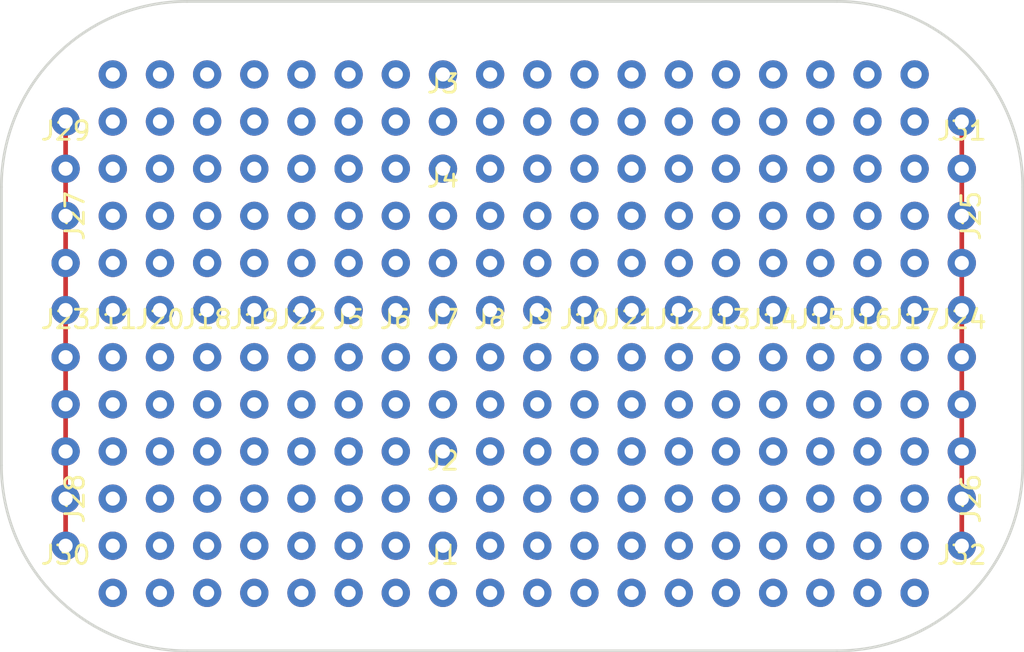
<source format=kicad_pcb>
(kicad_pcb (version 20171130) (host pcbnew "(5.0.0)")

  (general
    (thickness 1.6)
    (drawings 8)
    (tracks 2)
    (zones 0)
    (modules 32)
    (nets 82)
  )

  (page A4)
  (title_block
    (title "PocketBeagle KiCAD")
    (date 2017-08-14)
    (comment 1 "Prototyped by: GHI Electronics, LLC")
    (comment 2 "Converted to KiCAD: QWERTY Embedded Design, LLC")
  )

  (layers
    (0 Top signal)
    (1 VDD signal hide)
    (2 DigitalGND signal hide)
    (31 Bottom signal)
    (32 B.Adhes user hide)
    (33 F.Adhes user hide)
    (34 B.Paste user hide)
    (35 F.Paste user hide)
    (36 B.SilkS user hide)
    (37 F.SilkS user hide)
    (38 B.Mask user hide)
    (39 F.Mask user hide)
    (40 Dwgs.User user hide)
    (41 Cmts.User user hide)
    (42 Eco1.User user hide)
    (43 Eco2.User user hide)
    (44 Edge.Cuts user)
    (45 Margin user)
    (46 B.CrtYd user)
    (47 F.CrtYd user)
    (48 B.Fab user hide)
    (49 F.Fab user hide)
  )

  (setup
    (last_trace_width 0.25)
    (trace_clearance 0)
    (zone_clearance 0.1524)
    (zone_45_only no)
    (trace_min 0.1524)
    (segment_width 0.2)
    (edge_width 0.15)
    (via_size 0.8)
    (via_drill 0.4)
    (via_min_size 0.4)
    (via_min_drill 0.3)
    (uvia_size 0.3)
    (uvia_drill 0.1)
    (uvias_allowed no)
    (uvia_min_size 0.2)
    (uvia_min_drill 0.1)
    (pcb_text_width 0.3)
    (pcb_text_size 1.5 1.5)
    (mod_edge_width 0.15)
    (mod_text_size 1 1)
    (mod_text_width 0.15)
    (pad_size 1.524 1.524)
    (pad_drill 0.762)
    (pad_to_mask_clearance 0.0254)
    (aux_axis_origin 0 0)
    (visible_elements 7FFFF7FF)
    (pcbplotparams
      (layerselection 0x0f000_fffffff9)
      (usegerberextensions false)
      (usegerberattributes false)
      (usegerberadvancedattributes false)
      (creategerberjobfile false)
      (excludeedgelayer true)
      (linewidth 0.100000)
      (plotframeref false)
      (viasonmask false)
      (mode 1)
      (useauxorigin false)
      (hpglpennumber 1)
      (hpglpenspeed 20)
      (hpglpendiameter 15.000000)
      (psnegative false)
      (psa4output false)
      (plotreference true)
      (plotvalue true)
      (plotinvisibletext false)
      (padsonsilk false)
      (subtractmaskfromsilk false)
      (outputformat 1)
      (mirror false)
      (drillshape 0)
      (scaleselection 1)
      (outputdirectory "gerber/"))
  )

  (net 0 "")
  (net 1 GND)
  (net 2 VDD_3V3B)
  (net 3 "Net-(J1-Pad1)")
  (net 4 "Net-(J1-Pad2)")
  (net 5 "Net-(J1-Pad3)")
  (net 6 "Net-(J1-Pad4)")
  (net 7 "Net-(J1-Pad5)")
  (net 8 "Net-(J1-Pad6)")
  (net 9 "Net-(J1-Pad7)")
  (net 10 "Net-(J1-Pad8)")
  (net 11 "Net-(J3-Pad1)")
  (net 12 "Net-(J3-Pad3)")
  (net 13 "Net-(J3-Pad4)")
  (net 14 "Net-(J5-Pad4)")
  (net 15 "Net-(J5-Pad3)")
  (net 16 "Net-(J5-Pad2)")
  (net 17 "Net-(J5-Pad1)")
  (net 18 "Net-(J6-Pad4)")
  (net 19 "Net-(J6-Pad3)")
  (net 20 "Net-(J6-Pad2)")
  (net 21 "Net-(J6-Pad1)")
  (net 22 "Net-(J7-Pad1)")
  (net 23 "Net-(J7-Pad2)")
  (net 24 "Net-(J7-Pad3)")
  (net 25 "Net-(J7-Pad4)")
  (net 26 "Net-(J8-Pad1)")
  (net 27 "Net-(J8-Pad2)")
  (net 28 "Net-(J8-Pad3)")
  (net 29 "Net-(J8-Pad4)")
  (net 30 "Net-(J9-Pad4)")
  (net 31 "Net-(J9-Pad3)")
  (net 32 "Net-(J9-Pad2)")
  (net 33 "Net-(J9-Pad1)")
  (net 34 "Net-(J10-Pad1)")
  (net 35 "Net-(J10-Pad2)")
  (net 36 "Net-(J10-Pad3)")
  (net 37 "Net-(J10-Pad4)")
  (net 38 "Net-(J11-Pad4)")
  (net 39 "Net-(J11-Pad3)")
  (net 40 "Net-(J11-Pad2)")
  (net 41 "Net-(J11-Pad1)")
  (net 42 "Net-(J12-Pad1)")
  (net 43 "Net-(J12-Pad2)")
  (net 44 "Net-(J12-Pad3)")
  (net 45 "Net-(J12-Pad4)")
  (net 46 "Net-(J13-Pad4)")
  (net 47 "Net-(J13-Pad3)")
  (net 48 "Net-(J13-Pad2)")
  (net 49 "Net-(J13-Pad1)")
  (net 50 "Net-(J14-Pad1)")
  (net 51 "Net-(J14-Pad2)")
  (net 52 "Net-(J14-Pad3)")
  (net 53 "Net-(J14-Pad4)")
  (net 54 "Net-(J15-Pad4)")
  (net 55 "Net-(J15-Pad3)")
  (net 56 "Net-(J15-Pad2)")
  (net 57 "Net-(J15-Pad1)")
  (net 58 "Net-(J16-Pad1)")
  (net 59 "Net-(J21-Pad4)")
  (net 60 "Net-(J21-Pad3)")
  (net 61 "Net-(J21-Pad2)")
  (net 62 "Net-(J21-Pad1)")
  (net 63 "Net-(J22-Pad1)")
  (net 64 "Net-(J23-Pad1)")
  (net 65 "Net-(J24-Pad1)")
  (net 66 "Net-(J2-Pad1)")
  (net 67 "Net-(J2-Pad2)")
  (net 68 "Net-(J2-Pad3)")
  (net 69 "Net-(J2-Pad4)")
  (net 70 "Net-(J4-Pad8)")
  (net 71 "Net-(J4-Pad7)")
  (net 72 "Net-(J4-Pad6)")
  (net 73 "Net-(J4-Pad5)")
  (net 74 "Net-(J4-Pad4)")
  (net 75 "Net-(J4-Pad3)")
  (net 76 "Net-(J4-Pad2)")
  (net 77 "Net-(J4-Pad1)")
  (net 78 "Net-(J27-Pad1)")
  (net 79 "Net-(J27-Pad2)")
  (net 80 "Net-(J28-Pad2)")
  (net 81 "Net-(J28-Pad1)")

  (net_class Default "This is the default net class."
    (clearance 0)
    (trace_width 0.25)
    (via_dia 0.8)
    (via_drill 0.4)
    (uvia_dia 0.3)
    (uvia_drill 0.1)
    (add_net "Net-(J1-Pad1)")
    (add_net "Net-(J1-Pad2)")
    (add_net "Net-(J1-Pad3)")
    (add_net "Net-(J1-Pad4)")
    (add_net "Net-(J1-Pad5)")
    (add_net "Net-(J1-Pad6)")
    (add_net "Net-(J1-Pad7)")
    (add_net "Net-(J1-Pad8)")
    (add_net "Net-(J10-Pad1)")
    (add_net "Net-(J10-Pad2)")
    (add_net "Net-(J10-Pad3)")
    (add_net "Net-(J10-Pad4)")
    (add_net "Net-(J11-Pad1)")
    (add_net "Net-(J11-Pad2)")
    (add_net "Net-(J11-Pad3)")
    (add_net "Net-(J11-Pad4)")
    (add_net "Net-(J12-Pad1)")
    (add_net "Net-(J12-Pad2)")
    (add_net "Net-(J12-Pad3)")
    (add_net "Net-(J12-Pad4)")
    (add_net "Net-(J13-Pad1)")
    (add_net "Net-(J13-Pad2)")
    (add_net "Net-(J13-Pad3)")
    (add_net "Net-(J13-Pad4)")
    (add_net "Net-(J14-Pad1)")
    (add_net "Net-(J14-Pad2)")
    (add_net "Net-(J14-Pad3)")
    (add_net "Net-(J14-Pad4)")
    (add_net "Net-(J15-Pad1)")
    (add_net "Net-(J15-Pad2)")
    (add_net "Net-(J15-Pad3)")
    (add_net "Net-(J15-Pad4)")
    (add_net "Net-(J16-Pad1)")
    (add_net "Net-(J2-Pad1)")
    (add_net "Net-(J2-Pad2)")
    (add_net "Net-(J2-Pad3)")
    (add_net "Net-(J2-Pad4)")
    (add_net "Net-(J21-Pad1)")
    (add_net "Net-(J21-Pad2)")
    (add_net "Net-(J21-Pad3)")
    (add_net "Net-(J21-Pad4)")
    (add_net "Net-(J22-Pad1)")
    (add_net "Net-(J23-Pad1)")
    (add_net "Net-(J24-Pad1)")
    (add_net "Net-(J27-Pad1)")
    (add_net "Net-(J27-Pad2)")
    (add_net "Net-(J28-Pad1)")
    (add_net "Net-(J28-Pad2)")
    (add_net "Net-(J3-Pad1)")
    (add_net "Net-(J3-Pad3)")
    (add_net "Net-(J3-Pad4)")
    (add_net "Net-(J4-Pad1)")
    (add_net "Net-(J4-Pad2)")
    (add_net "Net-(J4-Pad3)")
    (add_net "Net-(J4-Pad4)")
    (add_net "Net-(J4-Pad5)")
    (add_net "Net-(J4-Pad6)")
    (add_net "Net-(J4-Pad7)")
    (add_net "Net-(J4-Pad8)")
    (add_net "Net-(J5-Pad1)")
    (add_net "Net-(J5-Pad2)")
    (add_net "Net-(J5-Pad3)")
    (add_net "Net-(J5-Pad4)")
    (add_net "Net-(J6-Pad1)")
    (add_net "Net-(J6-Pad2)")
    (add_net "Net-(J6-Pad3)")
    (add_net "Net-(J6-Pad4)")
    (add_net "Net-(J7-Pad1)")
    (add_net "Net-(J7-Pad2)")
    (add_net "Net-(J7-Pad3)")
    (add_net "Net-(J7-Pad4)")
    (add_net "Net-(J8-Pad1)")
    (add_net "Net-(J8-Pad2)")
    (add_net "Net-(J8-Pad3)")
    (add_net "Net-(J8-Pad4)")
    (add_net "Net-(J9-Pad1)")
    (add_net "Net-(J9-Pad2)")
    (add_net "Net-(J9-Pad3)")
    (add_net "Net-(J9-Pad4)")
  )

  (module pocketbeagle:端子 (layer Top) (tedit 5C0B6A52) (tstamp 5C0BE610)
    (at 144.78 116.84)
    (path /5C0B982F)
    (fp_text reference J1 (at 0 0.5) (layer F.SilkS)
      (effects (font (size 1 1) (thickness 0.15)))
    )
    (fp_text value Conn_01x08_Male (at 0 -0.5) (layer F.Fab)
      (effects (font (size 1 1) (thickness 0.15)))
    )
    (fp_text user 36 (at 26.63444 0) (layer F.Fab)
      (effects (font (size 0.8 0.8) (thickness 0.1)))
    )
    (fp_text user 35 (at 26.4795 2.64668) (layer F.Fab)
      (effects (font (size 1 0.5) (thickness 0.1)))
    )
    (fp_text user 2 (at -17.74444 -1.23444) (layer F.Fab)
      (effects (font (size 1 1) (thickness 0.15)))
    )
    (fp_text user 1 (at -17.76476 3.91414) (layer F.Fab)
      (effects (font (size 1 1) (thickness 0.15)))
    )
    (pad 36 thru_hole circle (at 25.4 0) (size 1.524 1.524) (drill 0.762) (layers *.Cu *.Mask))
    (pad 35 thru_hole circle (at 25.4 2.54) (size 1.524 1.524) (drill 0.762) (layers *.Cu *.Mask))
    (pad 34 thru_hole circle (at 22.86 0) (size 1.524 1.524) (drill 0.762) (layers *.Cu *.Mask))
    (pad 33 thru_hole circle (at 22.86 2.54) (size 1.524 1.524) (drill 0.762) (layers *.Cu *.Mask))
    (pad 32 thru_hole circle (at 20.32 0) (size 1.524 1.524) (drill 0.762) (layers *.Cu *.Mask))
    (pad 31 thru_hole circle (at 20.32 2.54) (size 1.524 1.524) (drill 0.762) (layers *.Cu *.Mask))
    (pad 30 thru_hole circle (at 17.78 0) (size 1.524 1.524) (drill 0.762) (layers *.Cu *.Mask))
    (pad 29 thru_hole circle (at 17.78 2.54) (size 1.524 1.524) (drill 0.762) (layers *.Cu *.Mask))
    (pad 28 thru_hole circle (at 15.24 0) (size 1.524 1.524) (drill 0.762) (layers *.Cu *.Mask))
    (pad 27 thru_hole circle (at 15.24 2.54) (size 1.524 1.524) (drill 0.762) (layers *.Cu *.Mask))
    (pad 26 thru_hole circle (at 12.7 0) (size 1.524 1.524) (drill 0.762) (layers *.Cu *.Mask))
    (pad 25 thru_hole circle (at 12.7 2.54) (size 1.524 1.524) (drill 0.762) (layers *.Cu *.Mask))
    (pad 24 thru_hole circle (at 10.16 0) (size 1.524 1.524) (drill 0.762) (layers *.Cu *.Mask))
    (pad 23 thru_hole circle (at 10.16 2.54) (size 1.524 1.524) (drill 0.762) (layers *.Cu *.Mask))
    (pad 22 thru_hole circle (at 7.62 0) (size 1.524 1.524) (drill 0.762) (layers *.Cu *.Mask))
    (pad 21 thru_hole circle (at 7.62 2.54) (size 1.524 1.524) (drill 0.762) (layers *.Cu *.Mask))
    (pad 20 thru_hole circle (at 5.08 0) (size 1.524 1.524) (drill 0.762) (layers *.Cu *.Mask))
    (pad 19 thru_hole circle (at 5.08 2.54) (size 1.524 1.524) (drill 0.762) (layers *.Cu *.Mask))
    (pad 18 thru_hole circle (at 2.54 0) (size 1.524 1.524) (drill 0.762) (layers *.Cu *.Mask))
    (pad 17 thru_hole circle (at 2.54 2.54) (size 1.524 1.524) (drill 0.762) (layers *.Cu *.Mask))
    (pad 16 thru_hole circle (at 0 0) (size 1.524 1.524) (drill 0.762) (layers *.Cu *.Mask))
    (pad 15 thru_hole circle (at 0 2.54) (size 1.524 1.524) (drill 0.762) (layers *.Cu *.Mask))
    (pad 14 thru_hole circle (at -2.54 0) (size 1.524 1.524) (drill 0.762) (layers *.Cu *.Mask))
    (pad 13 thru_hole circle (at -2.54 2.54) (size 1.524 1.524) (drill 0.762) (layers *.Cu *.Mask))
    (pad 12 thru_hole circle (at -5.08 0) (size 1.524 1.524) (drill 0.762) (layers *.Cu *.Mask))
    (pad 11 thru_hole circle (at -5.08 2.54) (size 1.524 1.524) (drill 0.762) (layers *.Cu *.Mask))
    (pad 10 thru_hole circle (at -7.62 0) (size 1.524 1.524) (drill 0.762) (layers *.Cu *.Mask))
    (pad 9 thru_hole circle (at -7.62 2.54) (size 1.524 1.524) (drill 0.762) (layers *.Cu *.Mask))
    (pad 8 thru_hole circle (at -10.16 0) (size 1.524 1.524) (drill 0.762) (layers *.Cu *.Mask)
      (net 10 "Net-(J1-Pad8)"))
    (pad 7 thru_hole circle (at -10.16 2.54) (size 1.524 1.524) (drill 0.762) (layers *.Cu *.Mask)
      (net 9 "Net-(J1-Pad7)"))
    (pad 6 thru_hole circle (at -12.7 0) (size 1.524 1.524) (drill 0.762) (layers *.Cu *.Mask)
      (net 8 "Net-(J1-Pad6)"))
    (pad 5 thru_hole circle (at -12.7 2.54) (size 1.524 1.524) (drill 0.762) (layers *.Cu *.Mask)
      (net 7 "Net-(J1-Pad5)"))
    (pad 4 thru_hole circle (at -15.24 0) (size 1.524 1.524) (drill 0.762) (layers *.Cu *.Mask)
      (net 6 "Net-(J1-Pad4)"))
    (pad 3 thru_hole circle (at -15.24 2.54) (size 1.524 1.524) (drill 0.762) (layers *.Cu *.Mask)
      (net 5 "Net-(J1-Pad3)"))
    (pad 2 thru_hole circle (at -17.78 0) (size 1.524 1.524) (drill 0.762) (layers *.Cu *.Mask)
      (net 4 "Net-(J1-Pad2)"))
    (pad 1 thru_hole circle (at -17.78 2.54) (size 1.524 1.524) (drill 0.762) (layers *.Cu *.Mask)
      (net 3 "Net-(J1-Pad1)"))
  )

  (module pocketbeagle:端子 (layer Top) (tedit 5C0B6A52) (tstamp 5C0BEAE2)
    (at 144.78 111.76)
    (path /5C0B9ABD)
    (fp_text reference J2 (at 0 0.5) (layer F.SilkS)
      (effects (font (size 1 1) (thickness 0.15)))
    )
    (fp_text value Conn_01x04_Male (at 0 -0.5) (layer F.Fab)
      (effects (font (size 1 1) (thickness 0.15)))
    )
    (fp_text user 1 (at -17.76476 3.91414) (layer F.Fab)
      (effects (font (size 1 1) (thickness 0.15)))
    )
    (fp_text user 2 (at -17.74444 -1.23444) (layer F.Fab)
      (effects (font (size 1 1) (thickness 0.15)))
    )
    (fp_text user 35 (at 26.4795 2.64668) (layer F.Fab)
      (effects (font (size 1 0.5) (thickness 0.1)))
    )
    (fp_text user 36 (at 26.63444 0) (layer F.Fab)
      (effects (font (size 0.8 0.8) (thickness 0.1)))
    )
    (pad 1 thru_hole circle (at -17.78 2.54) (size 1.524 1.524) (drill 0.762) (layers *.Cu *.Mask)
      (net 66 "Net-(J2-Pad1)"))
    (pad 2 thru_hole circle (at -17.78 0) (size 1.524 1.524) (drill 0.762) (layers *.Cu *.Mask)
      (net 67 "Net-(J2-Pad2)"))
    (pad 3 thru_hole circle (at -15.24 2.54) (size 1.524 1.524) (drill 0.762) (layers *.Cu *.Mask)
      (net 68 "Net-(J2-Pad3)"))
    (pad 4 thru_hole circle (at -15.24 0) (size 1.524 1.524) (drill 0.762) (layers *.Cu *.Mask)
      (net 69 "Net-(J2-Pad4)"))
    (pad 5 thru_hole circle (at -12.7 2.54) (size 1.524 1.524) (drill 0.762) (layers *.Cu *.Mask))
    (pad 6 thru_hole circle (at -12.7 0) (size 1.524 1.524) (drill 0.762) (layers *.Cu *.Mask))
    (pad 7 thru_hole circle (at -10.16 2.54) (size 1.524 1.524) (drill 0.762) (layers *.Cu *.Mask))
    (pad 8 thru_hole circle (at -10.16 0) (size 1.524 1.524) (drill 0.762) (layers *.Cu *.Mask))
    (pad 9 thru_hole circle (at -7.62 2.54) (size 1.524 1.524) (drill 0.762) (layers *.Cu *.Mask))
    (pad 10 thru_hole circle (at -7.62 0) (size 1.524 1.524) (drill 0.762) (layers *.Cu *.Mask))
    (pad 11 thru_hole circle (at -5.08 2.54) (size 1.524 1.524) (drill 0.762) (layers *.Cu *.Mask))
    (pad 12 thru_hole circle (at -5.08 0) (size 1.524 1.524) (drill 0.762) (layers *.Cu *.Mask))
    (pad 13 thru_hole circle (at -2.54 2.54) (size 1.524 1.524) (drill 0.762) (layers *.Cu *.Mask))
    (pad 14 thru_hole circle (at -2.54 0) (size 1.524 1.524) (drill 0.762) (layers *.Cu *.Mask))
    (pad 15 thru_hole circle (at 0 2.54) (size 1.524 1.524) (drill 0.762) (layers *.Cu *.Mask))
    (pad 16 thru_hole circle (at 0 0) (size 1.524 1.524) (drill 0.762) (layers *.Cu *.Mask))
    (pad 17 thru_hole circle (at 2.54 2.54) (size 1.524 1.524) (drill 0.762) (layers *.Cu *.Mask))
    (pad 18 thru_hole circle (at 2.54 0) (size 1.524 1.524) (drill 0.762) (layers *.Cu *.Mask))
    (pad 19 thru_hole circle (at 5.08 2.54) (size 1.524 1.524) (drill 0.762) (layers *.Cu *.Mask))
    (pad 20 thru_hole circle (at 5.08 0) (size 1.524 1.524) (drill 0.762) (layers *.Cu *.Mask))
    (pad 21 thru_hole circle (at 7.62 2.54) (size 1.524 1.524) (drill 0.762) (layers *.Cu *.Mask))
    (pad 22 thru_hole circle (at 7.62 0) (size 1.524 1.524) (drill 0.762) (layers *.Cu *.Mask))
    (pad 23 thru_hole circle (at 10.16 2.54) (size 1.524 1.524) (drill 0.762) (layers *.Cu *.Mask))
    (pad 24 thru_hole circle (at 10.16 0) (size 1.524 1.524) (drill 0.762) (layers *.Cu *.Mask))
    (pad 25 thru_hole circle (at 12.7 2.54) (size 1.524 1.524) (drill 0.762) (layers *.Cu *.Mask))
    (pad 26 thru_hole circle (at 12.7 0) (size 1.524 1.524) (drill 0.762) (layers *.Cu *.Mask))
    (pad 27 thru_hole circle (at 15.24 2.54) (size 1.524 1.524) (drill 0.762) (layers *.Cu *.Mask))
    (pad 28 thru_hole circle (at 15.24 0) (size 1.524 1.524) (drill 0.762) (layers *.Cu *.Mask))
    (pad 29 thru_hole circle (at 17.78 2.54) (size 1.524 1.524) (drill 0.762) (layers *.Cu *.Mask))
    (pad 30 thru_hole circle (at 17.78 0) (size 1.524 1.524) (drill 0.762) (layers *.Cu *.Mask))
    (pad 31 thru_hole circle (at 20.32 2.54) (size 1.524 1.524) (drill 0.762) (layers *.Cu *.Mask))
    (pad 32 thru_hole circle (at 20.32 0) (size 1.524 1.524) (drill 0.762) (layers *.Cu *.Mask))
    (pad 33 thru_hole circle (at 22.86 2.54) (size 1.524 1.524) (drill 0.762) (layers *.Cu *.Mask))
    (pad 34 thru_hole circle (at 22.86 0) (size 1.524 1.524) (drill 0.762) (layers *.Cu *.Mask))
    (pad 35 thru_hole circle (at 25.4 2.54) (size 1.524 1.524) (drill 0.762) (layers *.Cu *.Mask))
    (pad 36 thru_hole circle (at 25.4 0) (size 1.524 1.524) (drill 0.762) (layers *.Cu *.Mask))
  )

  (module pocketbeagle:端子 (layer Top) (tedit 5C0CF0FF) (tstamp 5C0BE668)
    (at 144.78 91.44)
    (path /5C0BA4C3)
    (fp_text reference J3 (at 0 0.5) (layer F.SilkS)
      (effects (font (size 1 1) (thickness 0.15)))
    )
    (fp_text value Conn_01x04_Male (at 0 -0.5) (layer F.Fab)
      (effects (font (size 1 1) (thickness 0.15)))
    )
    (fp_text user 1 (at -17.76476 3.91414) (layer F.Fab)
      (effects (font (size 1 1) (thickness 0.15)))
    )
    (fp_text user 2 (at -17.74444 -1.23444) (layer F.Fab)
      (effects (font (size 1 1) (thickness 0.15)))
    )
    (fp_text user 35 (at 26.4795 2.64668) (layer F.Fab)
      (effects (font (size 1 0.5) (thickness 0.1)))
    )
    (fp_text user 36 (at 26.63444 0) (layer F.Fab)
      (effects (font (size 0.8 0.8) (thickness 0.1)))
    )
    (pad 1 thru_hole circle (at -17.78 2.54) (size 1.524 1.524) (drill 0.762) (layers *.Cu *.Mask)
      (net 11 "Net-(J3-Pad1)"))
    (pad "" thru_hole circle (at -17.78 0) (size 1.524 1.524) (drill 0.762) (layers *.Cu *.Mask))
    (pad 3 thru_hole circle (at -15.24 2.54) (size 1.524 1.524) (drill 0.762) (layers *.Cu *.Mask)
      (net 12 "Net-(J3-Pad3)"))
    (pad "" thru_hole circle (at -15.24 0) (size 1.524 1.524) (drill 0.762) (layers *.Cu *.Mask)
      (net 13 "Net-(J3-Pad4)"))
    (pad 5 thru_hole circle (at -12.7 2.54) (size 1.524 1.524) (drill 0.762) (layers *.Cu *.Mask))
    (pad "" thru_hole circle (at -12.7 0) (size 1.524 1.524) (drill 0.762) (layers *.Cu *.Mask))
    (pad 7 thru_hole circle (at -10.16 2.54) (size 1.524 1.524) (drill 0.762) (layers *.Cu *.Mask))
    (pad "" thru_hole circle (at -10.16 0) (size 1.524 1.524) (drill 0.762) (layers *.Cu *.Mask))
    (pad 9 thru_hole circle (at -7.62 2.54) (size 1.524 1.524) (drill 0.762) (layers *.Cu *.Mask))
    (pad "" thru_hole circle (at -7.62 0) (size 1.524 1.524) (drill 0.762) (layers *.Cu *.Mask))
    (pad 11 thru_hole circle (at -5.08 2.54) (size 1.524 1.524) (drill 0.762) (layers *.Cu *.Mask))
    (pad "" thru_hole circle (at -5.08 0) (size 1.524 1.524) (drill 0.762) (layers *.Cu *.Mask))
    (pad 13 thru_hole circle (at -2.54 2.54) (size 1.524 1.524) (drill 0.762) (layers *.Cu *.Mask))
    (pad "" thru_hole circle (at -2.54 0) (size 1.524 1.524) (drill 0.762) (layers *.Cu *.Mask))
    (pad 15 thru_hole circle (at 0 2.54) (size 1.524 1.524) (drill 0.762) (layers *.Cu *.Mask))
    (pad "" thru_hole circle (at 0 0) (size 1.524 1.524) (drill 0.762) (layers *.Cu *.Mask))
    (pad 17 thru_hole circle (at 2.54 2.54) (size 1.524 1.524) (drill 0.762) (layers *.Cu *.Mask))
    (pad "" thru_hole circle (at 2.54 0) (size 1.524 1.524) (drill 0.762) (layers *.Cu *.Mask))
    (pad 19 thru_hole circle (at 5.08 2.54) (size 1.524 1.524) (drill 0.762) (layers *.Cu *.Mask))
    (pad "" thru_hole circle (at 5.08 0) (size 1.524 1.524) (drill 0.762) (layers *.Cu *.Mask))
    (pad 21 thru_hole circle (at 7.62 2.54) (size 1.524 1.524) (drill 0.762) (layers *.Cu *.Mask))
    (pad "" thru_hole circle (at 7.62 0) (size 1.524 1.524) (drill 0.762) (layers *.Cu *.Mask))
    (pad 23 thru_hole circle (at 10.16 2.54) (size 1.524 1.524) (drill 0.762) (layers *.Cu *.Mask))
    (pad "" thru_hole circle (at 10.16 0) (size 1.524 1.524) (drill 0.762) (layers *.Cu *.Mask))
    (pad 25 thru_hole circle (at 12.7 2.54) (size 1.524 1.524) (drill 0.762) (layers *.Cu *.Mask))
    (pad "" thru_hole circle (at 12.7 0) (size 1.524 1.524) (drill 0.762) (layers *.Cu *.Mask))
    (pad 27 thru_hole circle (at 15.24 2.54) (size 1.524 1.524) (drill 0.762) (layers *.Cu *.Mask))
    (pad "" thru_hole circle (at 15.24 0) (size 1.524 1.524) (drill 0.762) (layers *.Cu *.Mask))
    (pad 29 thru_hole circle (at 17.78 2.54) (size 1.524 1.524) (drill 0.762) (layers *.Cu *.Mask))
    (pad "" thru_hole circle (at 17.78 0) (size 1.524 1.524) (drill 0.762) (layers *.Cu *.Mask))
    (pad 31 thru_hole circle (at 20.32 2.54) (size 1.524 1.524) (drill 0.762) (layers *.Cu *.Mask))
    (pad "" thru_hole circle (at 20.32 0) (size 1.524 1.524) (drill 0.76) (layers *.Cu *.Mask))
    (pad 33 thru_hole circle (at 22.86 2.54) (size 1.524 1.524) (drill 0.762) (layers *.Cu *.Mask))
    (pad "" thru_hole circle (at 22.86 0) (size 1.524 1.524) (drill 0.762) (layers *.Cu *.Mask))
    (pad 35 thru_hole circle (at 25.4 2.54) (size 1.524 1.524) (drill 0.762) (layers *.Cu *.Mask))
    (pad "" thru_hole circle (at 25.4 0) (size 1.524 1.524) (drill 0.762) (layers *.Cu *.Mask))
  )

  (module pocketbeagle:端子 (layer Top) (tedit 5C0B6A52) (tstamp 5C0BE694)
    (at 144.78 96.52)
    (path /5C0B98BA)
    (fp_text reference J4 (at 0 0.5) (layer F.SilkS)
      (effects (font (size 1 1) (thickness 0.15)))
    )
    (fp_text value Conn_01x08_Male (at 0 -0.5) (layer F.Fab)
      (effects (font (size 1 1) (thickness 0.15)))
    )
    (fp_text user 36 (at 26.63444 0) (layer F.Fab)
      (effects (font (size 0.8 0.8) (thickness 0.1)))
    )
    (fp_text user 35 (at 26.4795 2.64668) (layer F.Fab)
      (effects (font (size 1 0.5) (thickness 0.1)))
    )
    (fp_text user 2 (at -17.74444 -1.23444) (layer F.Fab)
      (effects (font (size 1 1) (thickness 0.15)))
    )
    (fp_text user 1 (at -17.76476 3.91414) (layer F.Fab)
      (effects (font (size 1 1) (thickness 0.15)))
    )
    (pad 36 thru_hole circle (at 25.4 0) (size 1.524 1.524) (drill 0.762) (layers *.Cu *.Mask))
    (pad 35 thru_hole circle (at 25.4 2.54) (size 1.524 1.524) (drill 0.762) (layers *.Cu *.Mask))
    (pad 34 thru_hole circle (at 22.86 0) (size 1.524 1.524) (drill 0.762) (layers *.Cu *.Mask))
    (pad 33 thru_hole circle (at 22.86 2.54) (size 1.524 1.524) (drill 0.762) (layers *.Cu *.Mask))
    (pad 32 thru_hole circle (at 20.32 0) (size 1.524 1.524) (drill 0.762) (layers *.Cu *.Mask))
    (pad 31 thru_hole circle (at 20.32 2.54) (size 1.524 1.524) (drill 0.762) (layers *.Cu *.Mask))
    (pad 30 thru_hole circle (at 17.78 0) (size 1.524 1.524) (drill 0.762) (layers *.Cu *.Mask))
    (pad 29 thru_hole circle (at 17.78 2.54) (size 1.524 1.524) (drill 0.762) (layers *.Cu *.Mask))
    (pad 28 thru_hole circle (at 15.24 0) (size 1.524 1.524) (drill 0.762) (layers *.Cu *.Mask))
    (pad 27 thru_hole circle (at 15.24 2.54) (size 1.524 1.524) (drill 0.762) (layers *.Cu *.Mask))
    (pad 26 thru_hole circle (at 12.7 0) (size 1.524 1.524) (drill 0.762) (layers *.Cu *.Mask))
    (pad 25 thru_hole circle (at 12.7 2.54) (size 1.524 1.524) (drill 0.762) (layers *.Cu *.Mask))
    (pad 24 thru_hole circle (at 10.16 0) (size 1.524 1.524) (drill 0.762) (layers *.Cu *.Mask))
    (pad 23 thru_hole circle (at 10.16 2.54) (size 1.524 1.524) (drill 0.762) (layers *.Cu *.Mask))
    (pad 22 thru_hole circle (at 7.62 0) (size 1.524 1.524) (drill 0.762) (layers *.Cu *.Mask))
    (pad 21 thru_hole circle (at 7.62 2.54) (size 1.524 1.524) (drill 0.762) (layers *.Cu *.Mask))
    (pad 20 thru_hole circle (at 5.08 0) (size 1.524 1.524) (drill 0.762) (layers *.Cu *.Mask))
    (pad 19 thru_hole circle (at 5.08 2.54) (size 1.524 1.524) (drill 0.762) (layers *.Cu *.Mask))
    (pad 18 thru_hole circle (at 2.54 0) (size 1.524 1.524) (drill 0.762) (layers *.Cu *.Mask))
    (pad 17 thru_hole circle (at 2.54 2.54) (size 1.524 1.524) (drill 0.762) (layers *.Cu *.Mask))
    (pad 16 thru_hole circle (at 0 0) (size 1.524 1.524) (drill 0.762) (layers *.Cu *.Mask))
    (pad 15 thru_hole circle (at 0 2.54) (size 1.524 1.524) (drill 0.762) (layers *.Cu *.Mask))
    (pad 14 thru_hole circle (at -2.54 0) (size 1.524 1.524) (drill 0.762) (layers *.Cu *.Mask))
    (pad 13 thru_hole circle (at -2.54 2.54) (size 1.524 1.524) (drill 0.762) (layers *.Cu *.Mask))
    (pad 12 thru_hole circle (at -5.08 0) (size 1.524 1.524) (drill 0.762) (layers *.Cu *.Mask))
    (pad 11 thru_hole circle (at -5.08 2.54) (size 1.524 1.524) (drill 0.762) (layers *.Cu *.Mask))
    (pad 10 thru_hole circle (at -7.62 0) (size 1.524 1.524) (drill 0.762) (layers *.Cu *.Mask))
    (pad 9 thru_hole circle (at -7.62 2.54) (size 1.524 1.524) (drill 0.762) (layers *.Cu *.Mask))
    (pad 8 thru_hole circle (at -10.16 0) (size 1.524 1.524) (drill 0.762) (layers *.Cu *.Mask)
      (net 70 "Net-(J4-Pad8)"))
    (pad 7 thru_hole circle (at -10.16 2.54) (size 1.524 1.524) (drill 0.762) (layers *.Cu *.Mask)
      (net 71 "Net-(J4-Pad7)"))
    (pad 6 thru_hole circle (at -12.7 0) (size 1.524 1.524) (drill 0.762) (layers *.Cu *.Mask)
      (net 72 "Net-(J4-Pad6)"))
    (pad 5 thru_hole circle (at -12.7 2.54) (size 1.524 1.524) (drill 0.762) (layers *.Cu *.Mask)
      (net 73 "Net-(J4-Pad5)"))
    (pad 4 thru_hole circle (at -15.24 0) (size 1.524 1.524) (drill 0.762) (layers *.Cu *.Mask)
      (net 74 "Net-(J4-Pad4)"))
    (pad 3 thru_hole circle (at -15.24 2.54) (size 1.524 1.524) (drill 0.762) (layers *.Cu *.Mask)
      (net 75 "Net-(J4-Pad3)"))
    (pad 2 thru_hole circle (at -17.78 0) (size 1.524 1.524) (drill 0.762) (layers *.Cu *.Mask)
      (net 76 "Net-(J4-Pad2)"))
    (pad 1 thru_hole circle (at -17.78 2.54) (size 1.524 1.524) (drill 0.762) (layers *.Cu *.Mask)
      (net 77 "Net-(J4-Pad1)"))
  )

  (module pocketbeagle:yb (layer Top) (tedit 5C0B9A71) (tstamp 5C0BE69C)
    (at 139.7 104.14)
    (path /5C0B9B61)
    (fp_text reference J5 (at 0 0.5) (layer F.SilkS)
      (effects (font (size 1 1) (thickness 0.15)))
    )
    (fp_text value Conn_01x04_Male (at 0 -0.5) (layer F.Fab)
      (effects (font (size 1 1) (thickness 0.15)))
    )
    (pad 4 thru_hole circle (at 0 5.08) (size 1.524 1.524) (drill 0.762) (layers *.Cu *.Mask)
      (net 14 "Net-(J5-Pad4)"))
    (pad 3 thru_hole circle (at 0 2.54) (size 1.524 1.524) (drill 0.762) (layers *.Cu *.Mask)
      (net 15 "Net-(J5-Pad3)"))
    (pad 2 thru_hole circle (at 0 0) (size 1.524 1.524) (drill 0.762) (layers *.Cu *.Mask)
      (net 16 "Net-(J5-Pad2)"))
    (pad 1 thru_hole circle (at 0 -2.54) (size 1.524 1.524) (drill 0.762) (layers *.Cu *.Mask)
      (net 17 "Net-(J5-Pad1)"))
  )

  (module pocketbeagle:yb (layer Top) (tedit 5C0B9A71) (tstamp 5C0BE6A4)
    (at 142.24 104.14)
    (path /5C0BA4C9)
    (fp_text reference J6 (at 0 0.5) (layer F.SilkS)
      (effects (font (size 1 1) (thickness 0.15)))
    )
    (fp_text value Conn_01x04_Male (at 0 -0.5) (layer F.Fab)
      (effects (font (size 1 1) (thickness 0.15)))
    )
    (pad 4 thru_hole circle (at 0 5.08) (size 1.524 1.524) (drill 0.762) (layers *.Cu *.Mask)
      (net 18 "Net-(J6-Pad4)"))
    (pad 3 thru_hole circle (at 0 2.54) (size 1.524 1.524) (drill 0.762) (layers *.Cu *.Mask)
      (net 19 "Net-(J6-Pad3)"))
    (pad 2 thru_hole circle (at 0 0) (size 1.524 1.524) (drill 0.762) (layers *.Cu *.Mask)
      (net 20 "Net-(J6-Pad2)"))
    (pad 1 thru_hole circle (at 0 -2.54) (size 1.524 1.524) (drill 0.762) (layers *.Cu *.Mask)
      (net 21 "Net-(J6-Pad1)"))
  )

  (module pocketbeagle:yb (layer Top) (tedit 5C0B9A71) (tstamp 5C0BE6AC)
    (at 144.78 104.14)
    (path /5C0B9BAD)
    (fp_text reference J7 (at 0 0.5) (layer F.SilkS)
      (effects (font (size 1 1) (thickness 0.15)))
    )
    (fp_text value Conn_01x04_Male (at 0 -0.5) (layer F.Fab)
      (effects (font (size 1 1) (thickness 0.15)))
    )
    (pad 1 thru_hole circle (at 0 -2.54) (size 1.524 1.524) (drill 0.762) (layers *.Cu *.Mask)
      (net 22 "Net-(J7-Pad1)"))
    (pad 2 thru_hole circle (at 0 0) (size 1.524 1.524) (drill 0.762) (layers *.Cu *.Mask)
      (net 23 "Net-(J7-Pad2)"))
    (pad 3 thru_hole circle (at 0 2.54) (size 1.524 1.524) (drill 0.762) (layers *.Cu *.Mask)
      (net 24 "Net-(J7-Pad3)"))
    (pad 4 thru_hole circle (at 0 5.08) (size 1.524 1.524) (drill 0.762) (layers *.Cu *.Mask)
      (net 25 "Net-(J7-Pad4)"))
  )

  (module pocketbeagle:yb (layer Top) (tedit 5C0B9A71) (tstamp 5C0BE6B4)
    (at 147.32 104.14)
    (path /5C0BA4CF)
    (fp_text reference J8 (at 0 0.5) (layer F.SilkS)
      (effects (font (size 1 1) (thickness 0.15)))
    )
    (fp_text value Conn_01x04_Male (at 0 -0.5) (layer F.Fab)
      (effects (font (size 1 1) (thickness 0.15)))
    )
    (pad 1 thru_hole circle (at 0 -2.54) (size 1.524 1.524) (drill 0.762) (layers *.Cu *.Mask)
      (net 26 "Net-(J8-Pad1)"))
    (pad 2 thru_hole circle (at 0 0) (size 1.524 1.524) (drill 0.762) (layers *.Cu *.Mask)
      (net 27 "Net-(J8-Pad2)"))
    (pad 3 thru_hole circle (at 0 2.54) (size 1.524 1.524) (drill 0.762) (layers *.Cu *.Mask)
      (net 28 "Net-(J8-Pad3)"))
    (pad 4 thru_hole circle (at 0 5.08) (size 1.524 1.524) (drill 0.762) (layers *.Cu *.Mask)
      (net 29 "Net-(J8-Pad4)"))
  )

  (module pocketbeagle:yb (layer Top) (tedit 5C0B9A71) (tstamp 5C0BE6BC)
    (at 149.86 104.14)
    (path /5C0B9BB3)
    (fp_text reference J9 (at 0 0.5) (layer F.SilkS)
      (effects (font (size 1 1) (thickness 0.15)))
    )
    (fp_text value Conn_01x04_Male (at 0 -0.5) (layer F.Fab)
      (effects (font (size 1 1) (thickness 0.15)))
    )
    (pad 4 thru_hole circle (at 0 5.08) (size 1.524 1.524) (drill 0.762) (layers *.Cu *.Mask)
      (net 30 "Net-(J9-Pad4)"))
    (pad 3 thru_hole circle (at 0 2.54) (size 1.524 1.524) (drill 0.762) (layers *.Cu *.Mask)
      (net 31 "Net-(J9-Pad3)"))
    (pad 2 thru_hole circle (at 0 0) (size 1.524 1.524) (drill 0.762) (layers *.Cu *.Mask)
      (net 32 "Net-(J9-Pad2)"))
    (pad 1 thru_hole circle (at 0 -2.54) (size 1.524 1.524) (drill 0.762) (layers *.Cu *.Mask)
      (net 33 "Net-(J9-Pad1)"))
  )

  (module pocketbeagle:yb (layer Top) (tedit 5C0B9A71) (tstamp 5C0BE6C4)
    (at 152.4 104.14)
    (path /5C0BA4D5)
    (fp_text reference J10 (at 0 0.5) (layer F.SilkS)
      (effects (font (size 1 1) (thickness 0.15)))
    )
    (fp_text value Conn_01x04_Male (at 0 -0.5) (layer F.Fab)
      (effects (font (size 1 1) (thickness 0.15)))
    )
    (pad 1 thru_hole circle (at 0 -2.54) (size 1.524 1.524) (drill 0.762) (layers *.Cu *.Mask)
      (net 34 "Net-(J10-Pad1)"))
    (pad 2 thru_hole circle (at 0 0) (size 1.524 1.524) (drill 0.762) (layers *.Cu *.Mask)
      (net 35 "Net-(J10-Pad2)"))
    (pad 3 thru_hole circle (at 0 2.54) (size 1.524 1.524) (drill 0.762) (layers *.Cu *.Mask)
      (net 36 "Net-(J10-Pad3)"))
    (pad 4 thru_hole circle (at 0 5.08) (size 1.524 1.524) (drill 0.762) (layers *.Cu *.Mask)
      (net 37 "Net-(J10-Pad4)"))
  )

  (module pocketbeagle:yb (layer Top) (tedit 5C0B9A71) (tstamp 5C0BE6CC)
    (at 127 104.14)
    (path /5C0B9C51)
    (fp_text reference J11 (at 0 0.5) (layer F.SilkS)
      (effects (font (size 1 1) (thickness 0.15)))
    )
    (fp_text value Conn_01x04_Male (at 0 -0.5) (layer F.Fab)
      (effects (font (size 1 1) (thickness 0.15)))
    )
    (pad 4 thru_hole circle (at 0 5.08) (size 1.524 1.524) (drill 0.762) (layers *.Cu *.Mask)
      (net 38 "Net-(J11-Pad4)"))
    (pad 3 thru_hole circle (at 0 2.54) (size 1.524 1.524) (drill 0.762) (layers *.Cu *.Mask)
      (net 39 "Net-(J11-Pad3)"))
    (pad 2 thru_hole circle (at 0 0) (size 1.524 1.524) (drill 0.762) (layers *.Cu *.Mask)
      (net 40 "Net-(J11-Pad2)"))
    (pad 1 thru_hole circle (at 0 -2.54) (size 1.524 1.524) (drill 0.762) (layers *.Cu *.Mask)
      (net 41 "Net-(J11-Pad1)"))
  )

  (module pocketbeagle:yb (layer Top) (tedit 5C0B9A71) (tstamp 5C0BE6D4)
    (at 157.48 104.14)
    (path /5C0BA4DB)
    (fp_text reference J12 (at 0 0.5) (layer F.SilkS)
      (effects (font (size 1 1) (thickness 0.15)))
    )
    (fp_text value Conn_01x04_Male (at 0 -0.5) (layer F.Fab)
      (effects (font (size 1 1) (thickness 0.15)))
    )
    (pad 1 thru_hole circle (at 0 -2.54) (size 1.524 1.524) (drill 0.762) (layers *.Cu *.Mask)
      (net 42 "Net-(J12-Pad1)"))
    (pad 2 thru_hole circle (at 0 0) (size 1.524 1.524) (drill 0.762) (layers *.Cu *.Mask)
      (net 43 "Net-(J12-Pad2)"))
    (pad 3 thru_hole circle (at 0 2.54) (size 1.524 1.524) (drill 0.762) (layers *.Cu *.Mask)
      (net 44 "Net-(J12-Pad3)"))
    (pad 4 thru_hole circle (at 0 5.08) (size 1.524 1.524) (drill 0.762) (layers *.Cu *.Mask)
      (net 45 "Net-(J12-Pad4)"))
  )

  (module pocketbeagle:yb (layer Top) (tedit 5C0B9A71) (tstamp 5C0BE6DC)
    (at 160.02 104.14)
    (path /5C0B9C57)
    (fp_text reference J13 (at 0 0.5) (layer F.SilkS)
      (effects (font (size 1 1) (thickness 0.15)))
    )
    (fp_text value Conn_01x04_Male (at 0 -0.5) (layer F.Fab)
      (effects (font (size 1 1) (thickness 0.15)))
    )
    (pad 4 thru_hole circle (at 0 5.08) (size 1.524 1.524) (drill 0.762) (layers *.Cu *.Mask)
      (net 46 "Net-(J13-Pad4)"))
    (pad 3 thru_hole circle (at 0 2.54) (size 1.524 1.524) (drill 0.762) (layers *.Cu *.Mask)
      (net 47 "Net-(J13-Pad3)"))
    (pad 2 thru_hole circle (at 0 0) (size 1.524 1.524) (drill 0.762) (layers *.Cu *.Mask)
      (net 48 "Net-(J13-Pad2)"))
    (pad 1 thru_hole circle (at 0 -2.54) (size 1.524 1.524) (drill 0.762) (layers *.Cu *.Mask)
      (net 49 "Net-(J13-Pad1)"))
  )

  (module pocketbeagle:yb (layer Top) (tedit 5C0B9A71) (tstamp 5C0BE6E4)
    (at 162.56 104.14)
    (path /5C0BA4E1)
    (fp_text reference J14 (at 0 0.5) (layer F.SilkS)
      (effects (font (size 1 1) (thickness 0.15)))
    )
    (fp_text value Conn_01x04_Male (at 0 -0.5) (layer F.Fab)
      (effects (font (size 1 1) (thickness 0.15)))
    )
    (pad 1 thru_hole circle (at 0 -2.54) (size 1.524 1.524) (drill 0.762) (layers *.Cu *.Mask)
      (net 50 "Net-(J14-Pad1)"))
    (pad 2 thru_hole circle (at 0 0) (size 1.524 1.524) (drill 0.762) (layers *.Cu *.Mask)
      (net 51 "Net-(J14-Pad2)"))
    (pad 3 thru_hole circle (at 0 2.54) (size 1.524 1.524) (drill 0.762) (layers *.Cu *.Mask)
      (net 52 "Net-(J14-Pad3)"))
    (pad 4 thru_hole circle (at 0 5.08) (size 1.524 1.524) (drill 0.762) (layers *.Cu *.Mask)
      (net 53 "Net-(J14-Pad4)"))
  )

  (module pocketbeagle:yb (layer Top) (tedit 5C0B9A71) (tstamp 5C0BE6EC)
    (at 165.1 104.14)
    (path /5C0B9C5D)
    (fp_text reference J15 (at 0 0.5) (layer F.SilkS)
      (effects (font (size 1 1) (thickness 0.15)))
    )
    (fp_text value Conn_01x04_Male (at 0 -0.5) (layer F.Fab)
      (effects (font (size 1 1) (thickness 0.15)))
    )
    (pad 4 thru_hole circle (at 0 5.08) (size 1.524 1.524) (drill 0.762) (layers *.Cu *.Mask)
      (net 54 "Net-(J15-Pad4)"))
    (pad 3 thru_hole circle (at 0 2.54) (size 1.524 1.524) (drill 0.762) (layers *.Cu *.Mask)
      (net 55 "Net-(J15-Pad3)"))
    (pad 2 thru_hole circle (at 0 0) (size 1.524 1.524) (drill 0.762) (layers *.Cu *.Mask)
      (net 56 "Net-(J15-Pad2)"))
    (pad 1 thru_hole circle (at 0 -2.54) (size 1.524 1.524) (drill 0.762) (layers *.Cu *.Mask)
      (net 57 "Net-(J15-Pad1)"))
  )

  (module pocketbeagle:yb (layer Top) (tedit 5C0B9A71) (tstamp 5C0BE6F4)
    (at 167.64 104.14)
    (path /5C0BA4E7)
    (fp_text reference J16 (at 0 0.5) (layer F.SilkS)
      (effects (font (size 1 1) (thickness 0.15)))
    )
    (fp_text value Conn_01x04_Male (at 0 -0.5) (layer F.Fab)
      (effects (font (size 1 1) (thickness 0.15)))
    )
    (pad 1 thru_hole circle (at 0 -2.54) (size 1.524 1.524) (drill 0.762) (layers *.Cu *.Mask)
      (net 58 "Net-(J16-Pad1)"))
    (pad 2 thru_hole circle (at 0 0) (size 1.524 1.524) (drill 0.762) (layers *.Cu *.Mask)
      (net 58 "Net-(J16-Pad1)"))
    (pad 3 thru_hole circle (at 0 2.54) (size 1.524 1.524) (drill 0.762) (layers *.Cu *.Mask)
      (net 58 "Net-(J16-Pad1)"))
    (pad 4 thru_hole circle (at 0 5.08) (size 1.524 1.524) (drill 0.762) (layers *.Cu *.Mask)
      (net 58 "Net-(J16-Pad1)"))
  )

  (module pocketbeagle:yb (layer Top) (tedit 5C0B9A71) (tstamp 5C0BE6FC)
    (at 170.18 104.14)
    (path /5C0BAC43)
    (fp_text reference J17 (at 0 0.5) (layer F.SilkS)
      (effects (font (size 1 1) (thickness 0.15)))
    )
    (fp_text value Conn_01x02_Male (at 0 -0.5) (layer F.Fab)
      (effects (font (size 1 1) (thickness 0.15)))
    )
    (pad 4 thru_hole circle (at 0 5.08) (size 1.524 1.524) (drill 0.762) (layers *.Cu *.Mask))
    (pad 3 thru_hole circle (at 0 2.54) (size 1.524 1.524) (drill 0.762) (layers *.Cu *.Mask))
    (pad 2 thru_hole circle (at 0 0) (size 1.524 1.524) (drill 0.762) (layers *.Cu *.Mask)
      (net 58 "Net-(J16-Pad1)"))
    (pad 1 thru_hole circle (at 0 -2.54) (size 1.524 1.524) (drill 0.762) (layers *.Cu *.Mask)
      (net 58 "Net-(J16-Pad1)"))
  )

  (module pocketbeagle:yb (layer Top) (tedit 5C0B9A71) (tstamp 5C0BE714)
    (at 129.54 104.14)
    (path /5C0BB551)
    (fp_text reference J20 (at 0 0.5) (layer F.SilkS)
      (effects (font (size 1 1) (thickness 0.15)))
    )
    (fp_text value Conn_01x01_Male (at 0 -0.5) (layer F.Fab)
      (effects (font (size 1 1) (thickness 0.15)))
    )
    (pad 1 thru_hole circle (at 0 -2.54) (size 1.524 1.524) (drill 0.762) (layers *.Cu *.Mask)
      (net 58 "Net-(J16-Pad1)"))
    (pad 2 thru_hole circle (at 0 0) (size 1.524 1.524) (drill 0.762) (layers *.Cu *.Mask))
    (pad 3 thru_hole circle (at 0 2.54) (size 1.524 1.524) (drill 0.762) (layers *.Cu *.Mask))
    (pad 4 thru_hole circle (at 0 5.08) (size 1.524 1.524) (drill 0.762) (layers *.Cu *.Mask))
  )

  (module pocketbeagle:yb (layer Top) (tedit 5C0B9A71) (tstamp 5C0BE71C)
    (at 154.94 104.14)
    (path /5C0B9C63)
    (fp_text reference J21 (at 0 0.5) (layer F.SilkS)
      (effects (font (size 1 1) (thickness 0.15)))
    )
    (fp_text value Conn_01x04_Male (at 0 -0.5) (layer F.Fab)
      (effects (font (size 1 1) (thickness 0.15)))
    )
    (pad 4 thru_hole circle (at 0 5.08) (size 1.524 1.524) (drill 0.762) (layers *.Cu *.Mask)
      (net 59 "Net-(J21-Pad4)"))
    (pad 3 thru_hole circle (at 0 2.54) (size 1.524 1.524) (drill 0.762) (layers *.Cu *.Mask)
      (net 60 "Net-(J21-Pad3)"))
    (pad 2 thru_hole circle (at 0 0) (size 1.524 1.524) (drill 0.762) (layers *.Cu *.Mask)
      (net 61 "Net-(J21-Pad2)"))
    (pad 1 thru_hole circle (at 0 -2.54) (size 1.524 1.524) (drill 0.762) (layers *.Cu *.Mask)
      (net 62 "Net-(J21-Pad1)"))
  )

  (module pocketbeagle:yb (layer Top) (tedit 5C0B9A71) (tstamp 5C0BE724)
    (at 137.16 104.14)
    (path /5C0BA4ED)
    (fp_text reference J22 (at 0 0.5) (layer F.SilkS)
      (effects (font (size 1 1) (thickness 0.15)))
    )
    (fp_text value Conn_01x04_Male (at 0 -0.5) (layer F.Fab)
      (effects (font (size 1 1) (thickness 0.15)))
    )
    (pad 1 thru_hole circle (at 0 -2.54) (size 1.524 1.524) (drill 0.762) (layers *.Cu *.Mask)
      (net 63 "Net-(J22-Pad1)"))
    (pad 2 thru_hole circle (at 0 0) (size 1.524 1.524) (drill 0.762) (layers *.Cu *.Mask)
      (net 63 "Net-(J22-Pad1)"))
    (pad 3 thru_hole circle (at 0 2.54) (size 1.524 1.524) (drill 0.762) (layers *.Cu *.Mask)
      (net 63 "Net-(J22-Pad1)"))
    (pad 4 thru_hole circle (at 0 5.08) (size 1.524 1.524) (drill 0.762) (layers *.Cu *.Mask)
      (net 63 "Net-(J22-Pad1)"))
  )

  (module pocketbeagle:yb (layer Top) (tedit 5C0B9A71) (tstamp 5C0BE72C)
    (at 124.46 104.14)
    (path /5C0BAAD6)
    (fp_text reference J23 (at 0 0.5) (layer F.SilkS)
      (effects (font (size 1 1) (thickness 0.15)))
    )
    (fp_text value Conn_01x02_Male (at 0 -0.5) (layer F.Fab)
      (effects (font (size 1 1) (thickness 0.15)))
    )
    (pad 4 thru_hole circle (at 0 5.08) (size 1.524 1.524) (drill 0.762) (layers *.Cu *.Mask))
    (pad 3 thru_hole circle (at 0 2.54) (size 1.524 1.524) (drill 0.762) (layers *.Cu *.Mask))
    (pad 2 thru_hole circle (at 0 0) (size 1.524 1.524) (drill 0.762) (layers *.Cu *.Mask)
      (net 63 "Net-(J22-Pad1)"))
    (pad 1 thru_hole circle (at 0 -2.54) (size 1.524 1.524) (drill 0.762) (layers *.Cu *.Mask)
      (net 63 "Net-(J22-Pad1)"))
  )

  (module pocketbeagle:yb (layer Top) (tedit 5C0B9A71) (tstamp 5C0BE734)
    (at 172.72 104.14)
    (path /5C0BABD2)
    (fp_text reference J24 (at 0 0.5) (layer F.SilkS)
      (effects (font (size 1 1) (thickness 0.15)))
    )
    (fp_text value Conn_01x02_Male (at 0 -0.5) (layer F.Fab)
      (effects (font (size 1 1) (thickness 0.15)))
    )
    (pad 1 thru_hole circle (at 0 -2.54) (size 1.524 1.524) (drill 0.762) (layers *.Cu *.Mask)
      (net 63 "Net-(J22-Pad1)"))
    (pad 2 thru_hole circle (at 0 0) (size 1.524 1.524) (drill 0.762) (layers *.Cu *.Mask)
      (net 63 "Net-(J22-Pad1)"))
    (pad 3 thru_hole circle (at 0 2.54) (size 1.524 1.524) (drill 0.762) (layers *.Cu *.Mask))
    (pad 4 thru_hole circle (at 0 5.08) (size 1.524 1.524) (drill 0.762) (layers *.Cu *.Mask))
  )

  (module pocketbeagle:yb (layer Top) (tedit 5C0B9A71) (tstamp 5C0C8181)
    (at 132.08 104.14)
    (path /5C0BAC9F)
    (fp_text reference J18 (at 0 0.5) (layer F.SilkS)
      (effects (font (size 1 1) (thickness 0.15)))
    )
    (fp_text value Conn_01x02_Male (at 0 -0.5) (layer F.Fab)
      (effects (font (size 1 1) (thickness 0.15)))
    )
    (pad 4 thru_hole circle (at 0 5.08) (size 1.524 1.524) (drill 0.762) (layers *.Cu *.Mask))
    (pad 3 thru_hole circle (at 0 2.54) (size 1.524 1.524) (drill 0.762) (layers *.Cu *.Mask))
    (pad 2 thru_hole circle (at 0 0) (size 1.524 1.524) (drill 0.762) (layers *.Cu *.Mask)
      (net 58 "Net-(J16-Pad1)"))
    (pad 1 thru_hole circle (at 0 -2.54) (size 1.524 1.524) (drill 0.762) (layers *.Cu *.Mask)
      (net 58 "Net-(J16-Pad1)"))
  )

  (module pocketbeagle:yb (layer Top) (tedit 5C0B9A71) (tstamp 5C0C8189)
    (at 134.62 104.14)
    (path /5C0BB4AF)
    (fp_text reference J19 (at 0 0.5) (layer F.SilkS)
      (effects (font (size 1 1) (thickness 0.15)))
    )
    (fp_text value Conn_01x01_Male (at 0 -0.5) (layer F.Fab)
      (effects (font (size 1 1) (thickness 0.15)))
    )
    (pad 1 thru_hole circle (at 0 -2.54) (size 1.524 1.524) (drill 0.762) (layers *.Cu *.Mask)
      (net 58 "Net-(J16-Pad1)"))
    (pad 2 thru_hole circle (at 0 0) (size 1.524 1.524) (drill 0.762) (layers *.Cu *.Mask))
    (pad 3 thru_hole circle (at 0 2.54) (size 1.524 1.524) (drill 0.762) (layers *.Cu *.Mask))
    (pad 4 thru_hole circle (at 0 5.08) (size 1.524 1.524) (drill 0.762) (layers *.Cu *.Mask))
  )

  (module "pocketbeagle:j 2" (layer Top) (tedit 5C0BA265) (tstamp 5C0CC771)
    (at 172.72 99.06 90)
    (path /5C0BB2D2)
    (fp_text reference J25 (at 0 0.5 90) (layer F.SilkS)
      (effects (font (size 1 1) (thickness 0.15)))
    )
    (fp_text value Conn_01x01_Male (at 0 -0.5 90) (layer F.Fab)
      (effects (font (size 1 1) (thickness 0.15)))
    )
    (pad 1 thru_hole circle (at 0 0 90) (size 1.524 1.524) (drill 0.762) (layers *.Cu *.Mask)
      (net 63 "Net-(J22-Pad1)"))
    (pad 2 thru_hole circle (at 2.54 0 90) (size 1.524 1.524) (drill 0.762) (layers *.Cu *.Mask))
  )

  (module "pocketbeagle:j 2" (layer Top) (tedit 5C0BA265) (tstamp 5C0CC777)
    (at 172.72 114.3 90)
    (path /5C0BB415)
    (fp_text reference J26 (at 0 0.5 90) (layer F.SilkS)
      (effects (font (size 1 1) (thickness 0.15)))
    )
    (fp_text value Conn_01x01_Male (at 0 -0.5 90) (layer F.Fab)
      (effects (font (size 1 1) (thickness 0.15)))
    )
    (pad 2 thru_hole circle (at 2.54 0 90) (size 1.524 1.524) (drill 0.762) (layers *.Cu *.Mask))
    (pad 1 thru_hole circle (at 0 0 90) (size 1.524 1.524) (drill 0.762) (layers *.Cu *.Mask)
      (net 63 "Net-(J22-Pad1)"))
  )

  (module "pocketbeagle:j 2" (layer Top) (tedit 5C0BA265) (tstamp 5C0CC77D)
    (at 124.46 99.06 90)
    (path /5C0B9CCF)
    (fp_text reference J27 (at 0 0.5 90) (layer F.SilkS)
      (effects (font (size 1 1) (thickness 0.15)))
    )
    (fp_text value Conn_01x04_Male (at 0 -0.5 90) (layer F.Fab)
      (effects (font (size 1 1) (thickness 0.15)))
    )
    (pad 1 thru_hole circle (at 0 0 90) (size 1.524 1.524) (drill 0.762) (layers *.Cu *.Mask)
      (net 78 "Net-(J27-Pad1)"))
    (pad 2 thru_hole circle (at 2.54 0 90) (size 1.524 1.524) (drill 0.762) (layers *.Cu *.Mask)
      (net 79 "Net-(J27-Pad2)"))
  )

  (module "pocketbeagle:j 2" (layer Top) (tedit 5C0BA265) (tstamp 5C0CC783)
    (at 124.46 114.3 90)
    (path /5C0B9CD5)
    (fp_text reference J28 (at 0 0.5 90) (layer F.SilkS)
      (effects (font (size 1 1) (thickness 0.15)))
    )
    (fp_text value Conn_01x04_Male (at 0 -0.5 90) (layer F.Fab)
      (effects (font (size 1 1) (thickness 0.15)))
    )
    (pad 2 thru_hole circle (at 2.54 0 90) (size 1.524 1.524) (drill 0.762) (layers *.Cu *.Mask)
      (net 80 "Net-(J28-Pad2)"))
    (pad 1 thru_hole circle (at 0 0 90) (size 1.524 1.524) (drill 0.762) (layers *.Cu *.Mask)
      (net 81 "Net-(J28-Pad1)"))
  )

  (module "pocketbeagle:j 1" (layer Top) (tedit 5C0CF0F4) (tstamp 5C0D0E17)
    (at 124.46 93.98)
    (path /5C0BB4AF)
    (fp_text reference J29 (at 0 0.5) (layer F.SilkS)
      (effects (font (size 1 1) (thickness 0.15)))
    )
    (fp_text value Conn_01x01_Male (at 0 -0.5) (layer F.Fab)
      (effects (font (size 1 1) (thickness 0.15)))
    )
    (pad "" thru_hole circle (at 0 0) (size 1.524 1.524) (drill 0.762) (layers *.Cu *.Mask)
      (net 64 "Net-(J23-Pad1)"))
  )

  (module "pocketbeagle:j 1" (layer Top) (tedit 5C0BA4C6) (tstamp 5C0D0E1C)
    (at 124.46 116.84)
    (path /5C0BB551)
    (fp_text reference J30 (at 0 0.5) (layer F.SilkS)
      (effects (font (size 1 1) (thickness 0.15)))
    )
    (fp_text value Conn_01x01_Male (at 0 -0.5) (layer F.Fab)
      (effects (font (size 1 1) (thickness 0.15)))
    )
    (pad 1 thru_hole circle (at 0 0) (size 1.524 1.524) (drill 0.762) (layers *.Cu *.Mask)
      (net 64 "Net-(J23-Pad1)"))
  )

  (module "pocketbeagle:j 1" (layer Top) (tedit 5C0BA4C6) (tstamp 5C0D0E21)
    (at 172.72 93.98)
    (path /5C0BB2D2)
    (fp_text reference J31 (at 0 0.5) (layer F.SilkS)
      (effects (font (size 1 1) (thickness 0.15)))
    )
    (fp_text value Conn_01x01_Male (at 0 -0.5) (layer F.Fab)
      (effects (font (size 1 1) (thickness 0.15)))
    )
    (pad 1 thru_hole circle (at 0 0) (size 1.524 1.524) (drill 0.762) (layers *.Cu *.Mask)
      (net 65 "Net-(J24-Pad1)"))
  )

  (module "pocketbeagle:j 1" (layer Top) (tedit 5C0BA4C6) (tstamp 5C0D0E26)
    (at 172.72 116.84)
    (path /5C0BB415)
    (fp_text reference J32 (at 0 0.5) (layer F.SilkS)
      (effects (font (size 1 1) (thickness 0.15)))
    )
    (fp_text value Conn_01x01_Male (at 0 -0.5) (layer F.Fab)
      (effects (font (size 1 1) (thickness 0.15)))
    )
    (pad 1 thru_hole circle (at 0 0) (size 1.524 1.524) (drill 0.762) (layers *.Cu *.Mask)
      (net 65 "Net-(J24-Pad1)"))
  )

  (gr_line (start 166.0011 87.5036) (end 131.0011 87.5036) (layer Edge.Cuts) (width 0.15) (tstamp 2142D10))
  (gr_line (start 121.0011 97.5036) (end 121.0011 112.5036) (layer Edge.Cuts) (width 0.15) (tstamp 21437E0))
  (gr_arc (start 131.0011 112.5036) (end 121.0011 112.5036) (angle -90) (layer Edge.Cuts) (width 0.15) (tstamp 2143CD0))
  (gr_arc (start 131.0011 97.5036) (end 131.0011 87.5036) (angle -90) (layer Edge.Cuts) (width 0.15) (tstamp 2143230))
  (gr_line (start 176.0011 112.5036) (end 176.0011 97.5036) (layer Edge.Cuts) (width 0.15) (tstamp 2144D20))
  (gr_line (start 131.0011 122.5036) (end 166.0011 122.5036) (layer Edge.Cuts) (width 0.15) (tstamp 2144280))
  (gr_arc (start 166.0011 112.5036) (end 166.0011 122.5036) (angle -90) (layer Edge.Cuts) (width 0.15) (tstamp 2144770))
  (gr_arc (start 166.0011 97.5036) (end 176.0011 97.5036) (angle -90) (layer Edge.Cuts) (width 0.15) (tstamp 2145210))

  (segment (start 124.46 93.98) (end 124.46 116.84) (width 0.25) (layer Top) (net 64))
  (segment (start 172.72 93.98) (end 172.72 116.84) (width 0.25) (layer Top) (net 65))

  (zone (net 1) (net_name GND) (layer DigitalGND) (tstamp 5C0D085D) (hatch edge 0.508)
    (priority 4)
    (connect_pads (clearance 0.1524))
    (min_thickness 0.1524)
    (fill yes (arc_segments 32) (thermal_gap 0.1524) (thermal_bridge_width 0.3048))
    (polygon
      (pts
        (xy 120.5011 87.0036) (xy 176.5011 87.0036) (xy 176.5011 123.0036) (xy 120.5011 123.0036)
      )
    )
  )
  (zone (net 2) (net_name VDD_3V3B) (layer VDD) (tstamp 5C0D085A) (hatch edge 0.508)
    (priority 6)
    (connect_pads (clearance 0.1524))
    (min_thickness 0.1524)
    (fill yes (arc_segments 32) (thermal_gap 0.1524) (thermal_bridge_width 0.3048))
    (polygon
      (pts
        (xy 120.2511 86.7536) (xy 176.7511 86.7536) (xy 176.7511 123.2536) (xy 120.2511 123.2536)
      )
    )
  )
)

</source>
